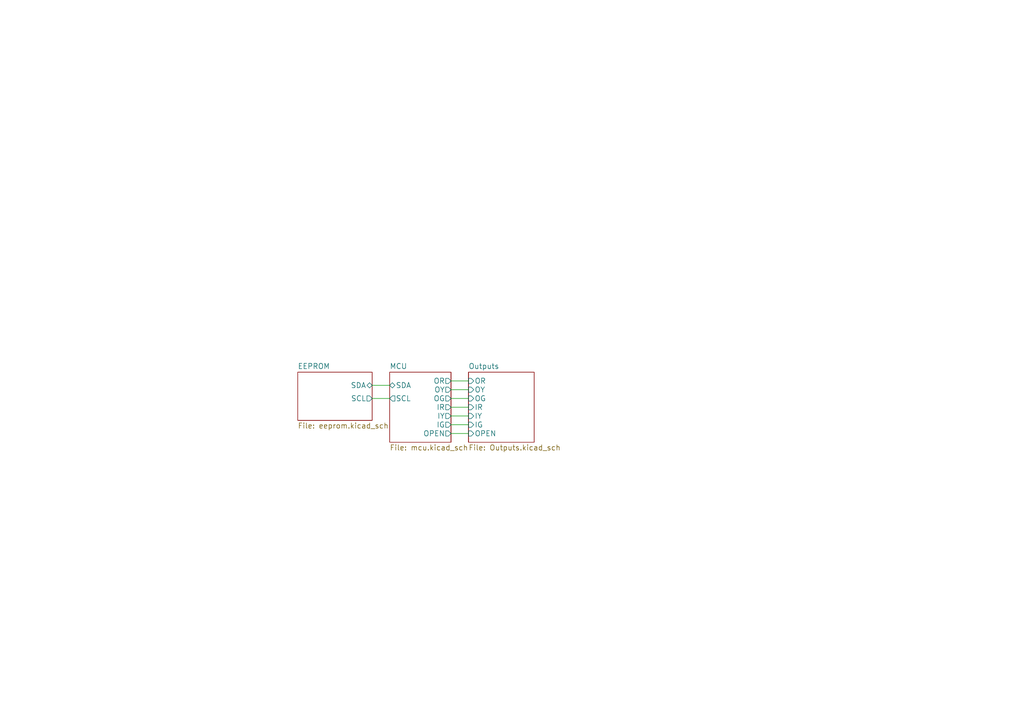
<source format=kicad_sch>
(kicad_sch (version 20230121) (generator eeschema)

  (uuid adb5ee44-0fe0-4fc5-9d8f-8db41ac8e69e)

  (paper "A4")

  (lib_symbols
  )


  (wire (pts (xy 130.81 113.03) (xy 135.89 113.03))
    (stroke (width 0) (type default))
    (uuid 09ed49e4-d3ba-49cd-9d78-4b68990ff8d3)
  )
  (wire (pts (xy 130.81 115.57) (xy 135.89 115.57))
    (stroke (width 0) (type default))
    (uuid 36be8875-588c-463a-bc3d-71185f080b58)
  )
  (wire (pts (xy 130.81 118.11) (xy 135.89 118.11))
    (stroke (width 0) (type default))
    (uuid 5b9dbfc6-25e6-450c-98ba-95b1d9ecc11e)
  )
  (wire (pts (xy 107.95 111.76) (xy 113.03 111.76))
    (stroke (width 0) (type default))
    (uuid 5e667b9d-9e7f-467e-8f6a-9960f39d8255)
  )
  (wire (pts (xy 130.81 125.73) (xy 135.89 125.73))
    (stroke (width 0) (type default))
    (uuid 7cf2c293-33c2-4853-b795-0a8fd57da316)
  )
  (wire (pts (xy 130.81 110.49) (xy 135.89 110.49))
    (stroke (width 0) (type default))
    (uuid a7e6f710-9de6-4608-8a75-8d56fab7073d)
  )
  (wire (pts (xy 130.81 120.65) (xy 135.89 120.65))
    (stroke (width 0) (type default))
    (uuid c47ec5c7-039b-4c6e-b145-e23fd3420f63)
  )
  (wire (pts (xy 130.81 123.19) (xy 135.89 123.19))
    (stroke (width 0) (type default))
    (uuid f11d5a12-ffd0-45e2-81bc-6c35556e856c)
  )
  (wire (pts (xy 107.95 115.57) (xy 113.03 115.57))
    (stroke (width 0) (type default))
    (uuid fdb551dc-f85f-4a19-a3f8-f2fc146aa04f)
  )

  (sheet (at 86.36 107.95) (size 21.59 13.97) (fields_autoplaced)
    (stroke (width 0) (type solid))
    (fill (color 0 0 0 0.0000))
    (uuid 00000000-0000-0000-0000-00005a5f2f18)
    (property "Sheetname" "EEPROM" (at 86.36 107.1114 0)
      (effects (font (size 1.524 1.524)) (justify left bottom))
    )
    (property "Sheetfile" "eeprom.kicad_sch" (at 86.36 122.6062 0)
      (effects (font (size 1.524 1.524)) (justify left top))
    )
    (pin "SCL" output (at 107.95 115.57 0)
      (effects (font (size 1.524 1.524)) (justify right))
      (uuid 9875d956-db80-41c3-8d16-9f25232ae091)
    )
    (pin "SDA" bidirectional (at 107.95 111.76 0)
      (effects (font (size 1.524 1.524)) (justify right))
      (uuid 43bee858-c02d-4b2d-ad75-649545d1a3dc)
    )
    (instances
      (project "bluepill"
        (path "/adb5ee44-0fe0-4fc5-9d8f-8db41ac8e69e" (page "2"))
      )
    )
  )

  (sheet (at 113.03 107.95) (size 17.78 20.32) (fields_autoplaced)
    (stroke (width 0) (type solid))
    (fill (color 0 0 0 0.0000))
    (uuid 00000000-0000-0000-0000-00005a5f2f24)
    (property "Sheetname" "MCU" (at 113.03 107.1114 0)
      (effects (font (size 1.524 1.524)) (justify left bottom))
    )
    (property "Sheetfile" "mcu.kicad_sch" (at 113.03 128.9562 0)
      (effects (font (size 1.524 1.524)) (justify left top))
    )
    (pin "SDA" bidirectional (at 113.03 111.76 180)
      (effects (font (size 1.524 1.524)) (justify left))
      (uuid c9357057-4468-489e-b2ae-99c7fe1cde7e)
    )
    (pin "SCL" output (at 113.03 115.57 180)
      (effects (font (size 1.524 1.524)) (justify left))
      (uuid ba30da31-bb60-4785-985c-a4318a9e6ef5)
    )
    (pin "IG" output (at 130.81 123.19 0)
      (effects (font (size 1.524 1.524)) (justify right))
      (uuid 10852ec6-ec18-4d00-8e0c-904fd807b2d5)
    )
    (pin "IY" output (at 130.81 120.65 0)
      (effects (font (size 1.524 1.524)) (justify right))
      (uuid c79c5d47-239f-4668-bdeb-7ef5e2098273)
    )
    (pin "IR" output (at 130.81 118.11 0)
      (effects (font (size 1.524 1.524)) (justify right))
      (uuid add89167-19d8-47a8-b9e7-a245ddf8560d)
    )
    (pin "OG" output (at 130.81 115.57 0)
      (effects (font (size 1.524 1.524)) (justify right))
      (uuid 9bb4889f-bebf-4515-ad6e-d3edacbf5ff7)
    )
    (pin "OY" output (at 130.81 113.03 0)
      (effects (font (size 1.524 1.524)) (justify right))
      (uuid 786b5391-fa92-48c1-b32f-23235bd809ec)
    )
    (pin "OR" output (at 130.81 110.49 0)
      (effects (font (size 1.524 1.524)) (justify right))
      (uuid 8487c7d7-bc7f-4439-a811-ba7bf8c1ecb9)
    )
    (pin "OPEN" output (at 130.81 125.73 0)
      (effects (font (size 1.524 1.524)) (justify right))
      (uuid 3bb81061-8d75-4d3b-9b73-c4f29028d421)
    )
    (instances
      (project "bluepill"
        (path "/adb5ee44-0fe0-4fc5-9d8f-8db41ac8e69e" (page "3"))
      )
    )
  )

  (sheet (at 135.89 107.95) (size 19.05 20.32) (fields_autoplaced)
    (stroke (width 0) (type solid))
    (fill (color 0 0 0 0.0000))
    (uuid 00000000-0000-0000-0000-00005a5f710e)
    (property "Sheetname" "Outputs" (at 135.89 107.1114 0)
      (effects (font (size 1.524 1.524)) (justify left bottom))
    )
    (property "Sheetfile" "Outputs.kicad_sch" (at 135.89 128.9562 0)
      (effects (font (size 1.524 1.524)) (justify left top))
    )
    (pin "IG" input (at 135.89 123.19 180)
      (effects (font (size 1.524 1.524)) (justify left))
      (uuid a21a176f-ef99-4d89-bf6f-8550f93b9d50)
    )
    (pin "IY" input (at 135.89 120.65 180)
      (effects (font (size 1.524 1.524)) (justify left))
      (uuid e2fb5346-a42e-4e91-ac52-25e49b09217d)
    )
    (pin "IR" input (at 135.89 118.11 180)
      (effects (font (size 1.524 1.524)) (justify left))
      (uuid 1bda18a5-971b-4ad4-b2a5-dfd06ea27704)
    )
    (pin "OG" input (at 135.89 115.57 180)
      (effects (font (size 1.524 1.524)) (justify left))
      (uuid 8ec3192d-a2be-4f4a-882e-2b89e213a5cd)
    )
    (pin "OY" input (at 135.89 113.03 180)
      (effects (font (size 1.524 1.524)) (justify left))
      (uuid 978f9915-89e3-4a8d-b8eb-0d52b8af2ad4)
    )
    (pin "OR" input (at 135.89 110.49 180)
      (effects (font (size 1.524 1.524)) (justify left))
      (uuid 2f62a72b-eec3-408b-8f98-1e7c1aa6e8df)
    )
    (pin "OPEN" input (at 135.89 125.73 180)
      (effects (font (size 1.524 1.524)) (justify left))
      (uuid 0d79a8a2-fb68-4599-82dc-b02ec5668eff)
    )
    (instances
      (project "bluepill"
        (path "/adb5ee44-0fe0-4fc5-9d8f-8db41ac8e69e" (page "4"))
      )
    )
  )

  (sheet_instances
    (path "/" (page "1"))
  )
)

</source>
